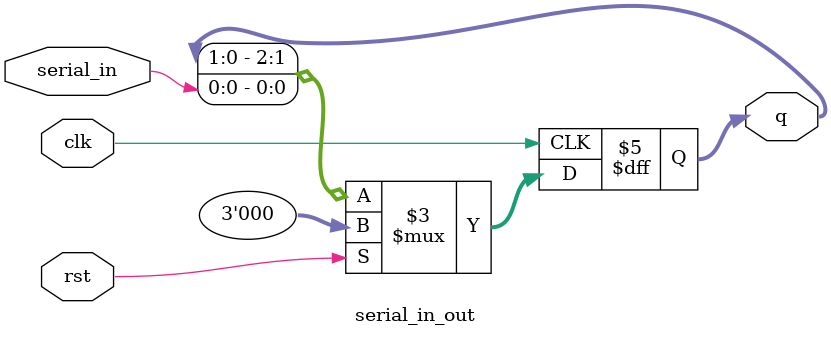
<source format=v>
module serial_in_out (
    input  wire clk,     
    input  wire rst,     
    input  wire serial_in, 
    output reg  [2:0] q   
);

always @(posedge clk) begin
    if (rst)
        q <= 3'b000;          
    else
        q <= {q[1:0], serial_in}; 
end

endmodule

</source>
